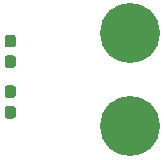
<source format=gbr>
G04 #@! TF.GenerationSoftware,KiCad,Pcbnew,(5.0.2)-1*
G04 #@! TF.CreationDate,2019-02-28T16:52:56-06:00*
G04 #@! TF.ProjectId,RaspberryPiBreakout_Hardware,52617370-6265-4727-9279-506942726561,rev?*
G04 #@! TF.SameCoordinates,Original*
G04 #@! TF.FileFunction,Paste,Top*
G04 #@! TF.FilePolarity,Positive*
%FSLAX46Y46*%
G04 Gerber Fmt 4.6, Leading zero omitted, Abs format (unit mm)*
G04 Created by KiCad (PCBNEW (5.0.2)-1) date 2/28/2019 4:52:56 PM*
%MOMM*%
%LPD*%
G01*
G04 APERTURE LIST*
%ADD10C,0.100000*%
%ADD11C,0.950000*%
%ADD12C,5.080000*%
G04 APERTURE END LIST*
D10*
G04 #@! TO.C,C1*
G36*
X157740779Y-112506144D02*
X157763834Y-112509563D01*
X157786443Y-112515227D01*
X157808387Y-112523079D01*
X157829457Y-112533044D01*
X157849448Y-112545026D01*
X157868168Y-112558910D01*
X157885438Y-112574562D01*
X157901090Y-112591832D01*
X157914974Y-112610552D01*
X157926956Y-112630543D01*
X157936921Y-112651613D01*
X157944773Y-112673557D01*
X157950437Y-112696166D01*
X157953856Y-112719221D01*
X157955000Y-112742500D01*
X157955000Y-113317500D01*
X157953856Y-113340779D01*
X157950437Y-113363834D01*
X157944773Y-113386443D01*
X157936921Y-113408387D01*
X157926956Y-113429457D01*
X157914974Y-113449448D01*
X157901090Y-113468168D01*
X157885438Y-113485438D01*
X157868168Y-113501090D01*
X157849448Y-113514974D01*
X157829457Y-113526956D01*
X157808387Y-113536921D01*
X157786443Y-113544773D01*
X157763834Y-113550437D01*
X157740779Y-113553856D01*
X157717500Y-113555000D01*
X157242500Y-113555000D01*
X157219221Y-113553856D01*
X157196166Y-113550437D01*
X157173557Y-113544773D01*
X157151613Y-113536921D01*
X157130543Y-113526956D01*
X157110552Y-113514974D01*
X157091832Y-113501090D01*
X157074562Y-113485438D01*
X157058910Y-113468168D01*
X157045026Y-113449448D01*
X157033044Y-113429457D01*
X157023079Y-113408387D01*
X157015227Y-113386443D01*
X157009563Y-113363834D01*
X157006144Y-113340779D01*
X157005000Y-113317500D01*
X157005000Y-112742500D01*
X157006144Y-112719221D01*
X157009563Y-112696166D01*
X157015227Y-112673557D01*
X157023079Y-112651613D01*
X157033044Y-112630543D01*
X157045026Y-112610552D01*
X157058910Y-112591832D01*
X157074562Y-112574562D01*
X157091832Y-112558910D01*
X157110552Y-112545026D01*
X157130543Y-112533044D01*
X157151613Y-112523079D01*
X157173557Y-112515227D01*
X157196166Y-112509563D01*
X157219221Y-112506144D01*
X157242500Y-112505000D01*
X157717500Y-112505000D01*
X157740779Y-112506144D01*
X157740779Y-112506144D01*
G37*
D11*
X157480000Y-113030000D03*
D10*
G36*
X157740779Y-110756144D02*
X157763834Y-110759563D01*
X157786443Y-110765227D01*
X157808387Y-110773079D01*
X157829457Y-110783044D01*
X157849448Y-110795026D01*
X157868168Y-110808910D01*
X157885438Y-110824562D01*
X157901090Y-110841832D01*
X157914974Y-110860552D01*
X157926956Y-110880543D01*
X157936921Y-110901613D01*
X157944773Y-110923557D01*
X157950437Y-110946166D01*
X157953856Y-110969221D01*
X157955000Y-110992500D01*
X157955000Y-111567500D01*
X157953856Y-111590779D01*
X157950437Y-111613834D01*
X157944773Y-111636443D01*
X157936921Y-111658387D01*
X157926956Y-111679457D01*
X157914974Y-111699448D01*
X157901090Y-111718168D01*
X157885438Y-111735438D01*
X157868168Y-111751090D01*
X157849448Y-111764974D01*
X157829457Y-111776956D01*
X157808387Y-111786921D01*
X157786443Y-111794773D01*
X157763834Y-111800437D01*
X157740779Y-111803856D01*
X157717500Y-111805000D01*
X157242500Y-111805000D01*
X157219221Y-111803856D01*
X157196166Y-111800437D01*
X157173557Y-111794773D01*
X157151613Y-111786921D01*
X157130543Y-111776956D01*
X157110552Y-111764974D01*
X157091832Y-111751090D01*
X157074562Y-111735438D01*
X157058910Y-111718168D01*
X157045026Y-111699448D01*
X157033044Y-111679457D01*
X157023079Y-111658387D01*
X157015227Y-111636443D01*
X157009563Y-111613834D01*
X157006144Y-111590779D01*
X157005000Y-111567500D01*
X157005000Y-110992500D01*
X157006144Y-110969221D01*
X157009563Y-110946166D01*
X157015227Y-110923557D01*
X157023079Y-110901613D01*
X157033044Y-110880543D01*
X157045026Y-110860552D01*
X157058910Y-110841832D01*
X157074562Y-110824562D01*
X157091832Y-110808910D01*
X157110552Y-110795026D01*
X157130543Y-110783044D01*
X157151613Y-110773079D01*
X157173557Y-110765227D01*
X157196166Y-110759563D01*
X157219221Y-110756144D01*
X157242500Y-110755000D01*
X157717500Y-110755000D01*
X157740779Y-110756144D01*
X157740779Y-110756144D01*
G37*
D11*
X157480000Y-111280000D03*
G04 #@! TD*
D10*
G04 #@! TO.C,C2*
G36*
X157740779Y-115046144D02*
X157763834Y-115049563D01*
X157786443Y-115055227D01*
X157808387Y-115063079D01*
X157829457Y-115073044D01*
X157849448Y-115085026D01*
X157868168Y-115098910D01*
X157885438Y-115114562D01*
X157901090Y-115131832D01*
X157914974Y-115150552D01*
X157926956Y-115170543D01*
X157936921Y-115191613D01*
X157944773Y-115213557D01*
X157950437Y-115236166D01*
X157953856Y-115259221D01*
X157955000Y-115282500D01*
X157955000Y-115857500D01*
X157953856Y-115880779D01*
X157950437Y-115903834D01*
X157944773Y-115926443D01*
X157936921Y-115948387D01*
X157926956Y-115969457D01*
X157914974Y-115989448D01*
X157901090Y-116008168D01*
X157885438Y-116025438D01*
X157868168Y-116041090D01*
X157849448Y-116054974D01*
X157829457Y-116066956D01*
X157808387Y-116076921D01*
X157786443Y-116084773D01*
X157763834Y-116090437D01*
X157740779Y-116093856D01*
X157717500Y-116095000D01*
X157242500Y-116095000D01*
X157219221Y-116093856D01*
X157196166Y-116090437D01*
X157173557Y-116084773D01*
X157151613Y-116076921D01*
X157130543Y-116066956D01*
X157110552Y-116054974D01*
X157091832Y-116041090D01*
X157074562Y-116025438D01*
X157058910Y-116008168D01*
X157045026Y-115989448D01*
X157033044Y-115969457D01*
X157023079Y-115948387D01*
X157015227Y-115926443D01*
X157009563Y-115903834D01*
X157006144Y-115880779D01*
X157005000Y-115857500D01*
X157005000Y-115282500D01*
X157006144Y-115259221D01*
X157009563Y-115236166D01*
X157015227Y-115213557D01*
X157023079Y-115191613D01*
X157033044Y-115170543D01*
X157045026Y-115150552D01*
X157058910Y-115131832D01*
X157074562Y-115114562D01*
X157091832Y-115098910D01*
X157110552Y-115085026D01*
X157130543Y-115073044D01*
X157151613Y-115063079D01*
X157173557Y-115055227D01*
X157196166Y-115049563D01*
X157219221Y-115046144D01*
X157242500Y-115045000D01*
X157717500Y-115045000D01*
X157740779Y-115046144D01*
X157740779Y-115046144D01*
G37*
D11*
X157480000Y-115570000D03*
D10*
G36*
X157740779Y-116796144D02*
X157763834Y-116799563D01*
X157786443Y-116805227D01*
X157808387Y-116813079D01*
X157829457Y-116823044D01*
X157849448Y-116835026D01*
X157868168Y-116848910D01*
X157885438Y-116864562D01*
X157901090Y-116881832D01*
X157914974Y-116900552D01*
X157926956Y-116920543D01*
X157936921Y-116941613D01*
X157944773Y-116963557D01*
X157950437Y-116986166D01*
X157953856Y-117009221D01*
X157955000Y-117032500D01*
X157955000Y-117607500D01*
X157953856Y-117630779D01*
X157950437Y-117653834D01*
X157944773Y-117676443D01*
X157936921Y-117698387D01*
X157926956Y-117719457D01*
X157914974Y-117739448D01*
X157901090Y-117758168D01*
X157885438Y-117775438D01*
X157868168Y-117791090D01*
X157849448Y-117804974D01*
X157829457Y-117816956D01*
X157808387Y-117826921D01*
X157786443Y-117834773D01*
X157763834Y-117840437D01*
X157740779Y-117843856D01*
X157717500Y-117845000D01*
X157242500Y-117845000D01*
X157219221Y-117843856D01*
X157196166Y-117840437D01*
X157173557Y-117834773D01*
X157151613Y-117826921D01*
X157130543Y-117816956D01*
X157110552Y-117804974D01*
X157091832Y-117791090D01*
X157074562Y-117775438D01*
X157058910Y-117758168D01*
X157045026Y-117739448D01*
X157033044Y-117719457D01*
X157023079Y-117698387D01*
X157015227Y-117676443D01*
X157009563Y-117653834D01*
X157006144Y-117630779D01*
X157005000Y-117607500D01*
X157005000Y-117032500D01*
X157006144Y-117009221D01*
X157009563Y-116986166D01*
X157015227Y-116963557D01*
X157023079Y-116941613D01*
X157033044Y-116920543D01*
X157045026Y-116900552D01*
X157058910Y-116881832D01*
X157074562Y-116864562D01*
X157091832Y-116848910D01*
X157110552Y-116835026D01*
X157130543Y-116823044D01*
X157151613Y-116813079D01*
X157173557Y-116805227D01*
X157196166Y-116799563D01*
X157219221Y-116796144D01*
X157242500Y-116795000D01*
X157717500Y-116795000D01*
X157740779Y-116796144D01*
X157740779Y-116796144D01*
G37*
D11*
X157480000Y-117320000D03*
G04 #@! TD*
D12*
G04 #@! TO.C,Conn1*
X167640000Y-118491000D03*
X167640000Y-110617000D03*
G04 #@! TD*
M02*

</source>
